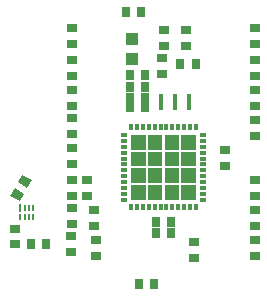
<source format=gbr>
G04 EAGLE Gerber RS-274X export*
G75*
%MOMM*%
%FSLAX34Y34*%
%LPD*%
%INSolderpaste Bottom*%
%IPPOS*%
%AMOC8*
5,1,8,0,0,1.08239X$1,22.5*%
G01*
%ADD10R,0.700000X0.900000*%
%ADD11R,1.100000X1.000000*%
%ADD12R,0.900000X0.700000*%
%ADD13R,0.297181X0.550000*%
%ADD14R,0.550000X0.297181*%
%ADD15R,0.400000X1.399997*%
%ADD16R,0.200000X0.650000*%
%ADD17R,0.200000X0.600000*%

G36*
X27450Y167499D02*
X27450Y167499D01*
X27452Y167498D01*
X27495Y167518D01*
X27539Y167536D01*
X27539Y167538D01*
X27541Y167539D01*
X27574Y167624D01*
X27574Y179848D01*
X27573Y179850D01*
X27574Y179852D01*
X27554Y179895D01*
X27536Y179939D01*
X27534Y179939D01*
X27533Y179941D01*
X27448Y179974D01*
X15224Y179974D01*
X15222Y179973D01*
X15220Y179974D01*
X15177Y179954D01*
X15133Y179936D01*
X15133Y179934D01*
X15131Y179933D01*
X15098Y179848D01*
X15098Y167624D01*
X15099Y167622D01*
X15098Y167620D01*
X15118Y167577D01*
X15136Y167533D01*
X15138Y167533D01*
X15139Y167531D01*
X15224Y167498D01*
X27448Y167498D01*
X27450Y167499D01*
G37*
G36*
X13226Y167499D02*
X13226Y167499D01*
X13228Y167498D01*
X13271Y167518D01*
X13315Y167536D01*
X13315Y167538D01*
X13317Y167539D01*
X13350Y167624D01*
X13350Y179848D01*
X13349Y179850D01*
X13350Y179852D01*
X13330Y179895D01*
X13312Y179939D01*
X13310Y179939D01*
X13309Y179941D01*
X13224Y179974D01*
X1000Y179974D01*
X998Y179973D01*
X996Y179974D01*
X953Y179954D01*
X909Y179936D01*
X909Y179934D01*
X907Y179933D01*
X874Y179848D01*
X874Y167624D01*
X875Y167622D01*
X874Y167620D01*
X894Y167577D01*
X912Y167533D01*
X914Y167533D01*
X915Y167531D01*
X1000Y167498D01*
X13224Y167498D01*
X13226Y167499D01*
G37*
G36*
X-998Y167499D02*
X-998Y167499D01*
X-996Y167498D01*
X-953Y167518D01*
X-909Y167536D01*
X-909Y167538D01*
X-907Y167539D01*
X-874Y167624D01*
X-874Y179848D01*
X-875Y179850D01*
X-874Y179852D01*
X-894Y179895D01*
X-912Y179939D01*
X-914Y179939D01*
X-915Y179941D01*
X-1000Y179974D01*
X-13224Y179974D01*
X-13226Y179973D01*
X-13228Y179974D01*
X-13271Y179954D01*
X-13315Y179936D01*
X-13315Y179934D01*
X-13317Y179933D01*
X-13350Y179848D01*
X-13350Y167624D01*
X-13349Y167622D01*
X-13350Y167620D01*
X-13330Y167577D01*
X-13312Y167533D01*
X-13310Y167533D01*
X-13309Y167531D01*
X-13224Y167498D01*
X-1000Y167498D01*
X-998Y167499D01*
G37*
G36*
X-15222Y167499D02*
X-15222Y167499D01*
X-15220Y167498D01*
X-15177Y167518D01*
X-15133Y167536D01*
X-15133Y167538D01*
X-15131Y167539D01*
X-15098Y167624D01*
X-15098Y179848D01*
X-15099Y179850D01*
X-15098Y179852D01*
X-15118Y179895D01*
X-15136Y179939D01*
X-15138Y179939D01*
X-15139Y179941D01*
X-15224Y179974D01*
X-27448Y179974D01*
X-27450Y179973D01*
X-27452Y179974D01*
X-27495Y179954D01*
X-27539Y179936D01*
X-27539Y179934D01*
X-27541Y179933D01*
X-27574Y179848D01*
X-27574Y167624D01*
X-27573Y167622D01*
X-27574Y167620D01*
X-27554Y167577D01*
X-27536Y167533D01*
X-27534Y167533D01*
X-27533Y167531D01*
X-27448Y167498D01*
X-15224Y167498D01*
X-15222Y167499D01*
G37*
G36*
X27450Y153275D02*
X27450Y153275D01*
X27452Y153274D01*
X27495Y153294D01*
X27539Y153312D01*
X27539Y153314D01*
X27541Y153315D01*
X27574Y153400D01*
X27574Y165624D01*
X27573Y165626D01*
X27574Y165628D01*
X27554Y165671D01*
X27536Y165715D01*
X27534Y165715D01*
X27533Y165717D01*
X27448Y165750D01*
X15224Y165750D01*
X15222Y165749D01*
X15220Y165750D01*
X15177Y165730D01*
X15133Y165712D01*
X15133Y165710D01*
X15131Y165709D01*
X15098Y165624D01*
X15098Y153400D01*
X15099Y153398D01*
X15098Y153396D01*
X15118Y153353D01*
X15136Y153309D01*
X15138Y153309D01*
X15139Y153307D01*
X15224Y153274D01*
X27448Y153274D01*
X27450Y153275D01*
G37*
G36*
X-15222Y153275D02*
X-15222Y153275D01*
X-15220Y153274D01*
X-15177Y153294D01*
X-15133Y153312D01*
X-15133Y153314D01*
X-15131Y153315D01*
X-15098Y153400D01*
X-15098Y165624D01*
X-15099Y165626D01*
X-15098Y165628D01*
X-15118Y165671D01*
X-15136Y165715D01*
X-15138Y165715D01*
X-15139Y165717D01*
X-15224Y165750D01*
X-27448Y165750D01*
X-27450Y165749D01*
X-27452Y165750D01*
X-27495Y165730D01*
X-27539Y165712D01*
X-27539Y165710D01*
X-27541Y165709D01*
X-27574Y165624D01*
X-27574Y153400D01*
X-27573Y153398D01*
X-27574Y153396D01*
X-27554Y153353D01*
X-27536Y153309D01*
X-27534Y153309D01*
X-27533Y153307D01*
X-27448Y153274D01*
X-15224Y153274D01*
X-15222Y153275D01*
G37*
G36*
X-998Y153275D02*
X-998Y153275D01*
X-996Y153274D01*
X-953Y153294D01*
X-909Y153312D01*
X-909Y153314D01*
X-907Y153315D01*
X-874Y153400D01*
X-874Y165624D01*
X-875Y165626D01*
X-874Y165628D01*
X-894Y165671D01*
X-912Y165715D01*
X-914Y165715D01*
X-915Y165717D01*
X-1000Y165750D01*
X-13224Y165750D01*
X-13226Y165749D01*
X-13228Y165750D01*
X-13271Y165730D01*
X-13315Y165712D01*
X-13315Y165710D01*
X-13317Y165709D01*
X-13350Y165624D01*
X-13350Y153400D01*
X-13349Y153398D01*
X-13350Y153396D01*
X-13330Y153353D01*
X-13312Y153309D01*
X-13310Y153309D01*
X-13309Y153307D01*
X-13224Y153274D01*
X-1000Y153274D01*
X-998Y153275D01*
G37*
G36*
X13226Y153275D02*
X13226Y153275D01*
X13228Y153274D01*
X13271Y153294D01*
X13315Y153312D01*
X13315Y153314D01*
X13317Y153315D01*
X13350Y153400D01*
X13350Y165624D01*
X13349Y165626D01*
X13350Y165628D01*
X13330Y165671D01*
X13312Y165715D01*
X13310Y165715D01*
X13309Y165717D01*
X13224Y165750D01*
X1000Y165750D01*
X998Y165749D01*
X996Y165750D01*
X953Y165730D01*
X909Y165712D01*
X909Y165710D01*
X907Y165709D01*
X874Y165624D01*
X874Y153400D01*
X875Y153398D01*
X874Y153396D01*
X894Y153353D01*
X912Y153309D01*
X914Y153309D01*
X915Y153307D01*
X1000Y153274D01*
X13224Y153274D01*
X13226Y153275D01*
G37*
G36*
X-998Y139051D02*
X-998Y139051D01*
X-996Y139050D01*
X-953Y139070D01*
X-909Y139088D01*
X-909Y139090D01*
X-907Y139091D01*
X-874Y139176D01*
X-874Y151400D01*
X-875Y151402D01*
X-874Y151404D01*
X-894Y151447D01*
X-912Y151491D01*
X-914Y151491D01*
X-915Y151493D01*
X-1000Y151526D01*
X-13224Y151526D01*
X-13226Y151525D01*
X-13228Y151526D01*
X-13271Y151506D01*
X-13315Y151488D01*
X-13315Y151486D01*
X-13317Y151485D01*
X-13350Y151400D01*
X-13350Y139176D01*
X-13349Y139174D01*
X-13350Y139172D01*
X-13330Y139129D01*
X-13312Y139085D01*
X-13310Y139085D01*
X-13309Y139083D01*
X-13224Y139050D01*
X-1000Y139050D01*
X-998Y139051D01*
G37*
G36*
X27450Y139051D02*
X27450Y139051D01*
X27452Y139050D01*
X27495Y139070D01*
X27539Y139088D01*
X27539Y139090D01*
X27541Y139091D01*
X27574Y139176D01*
X27574Y151400D01*
X27573Y151402D01*
X27574Y151404D01*
X27554Y151447D01*
X27536Y151491D01*
X27534Y151491D01*
X27533Y151493D01*
X27448Y151526D01*
X15224Y151526D01*
X15222Y151525D01*
X15220Y151526D01*
X15177Y151506D01*
X15133Y151488D01*
X15133Y151486D01*
X15131Y151485D01*
X15098Y151400D01*
X15098Y139176D01*
X15099Y139174D01*
X15098Y139172D01*
X15118Y139129D01*
X15136Y139085D01*
X15138Y139085D01*
X15139Y139083D01*
X15224Y139050D01*
X27448Y139050D01*
X27450Y139051D01*
G37*
G36*
X13226Y139051D02*
X13226Y139051D01*
X13228Y139050D01*
X13271Y139070D01*
X13315Y139088D01*
X13315Y139090D01*
X13317Y139091D01*
X13350Y139176D01*
X13350Y151400D01*
X13349Y151402D01*
X13350Y151404D01*
X13330Y151447D01*
X13312Y151491D01*
X13310Y151491D01*
X13309Y151493D01*
X13224Y151526D01*
X1000Y151526D01*
X998Y151525D01*
X996Y151526D01*
X953Y151506D01*
X909Y151488D01*
X909Y151486D01*
X907Y151485D01*
X874Y151400D01*
X874Y139176D01*
X875Y139174D01*
X874Y139172D01*
X894Y139129D01*
X912Y139085D01*
X914Y139085D01*
X915Y139083D01*
X1000Y139050D01*
X13224Y139050D01*
X13226Y139051D01*
G37*
G36*
X-15222Y139051D02*
X-15222Y139051D01*
X-15220Y139050D01*
X-15177Y139070D01*
X-15133Y139088D01*
X-15133Y139090D01*
X-15131Y139091D01*
X-15098Y139176D01*
X-15098Y151400D01*
X-15099Y151402D01*
X-15098Y151404D01*
X-15118Y151447D01*
X-15136Y151491D01*
X-15138Y151491D01*
X-15139Y151493D01*
X-15224Y151526D01*
X-27448Y151526D01*
X-27450Y151525D01*
X-27452Y151526D01*
X-27495Y151506D01*
X-27539Y151488D01*
X-27539Y151486D01*
X-27541Y151485D01*
X-27574Y151400D01*
X-27574Y139176D01*
X-27573Y139174D01*
X-27574Y139172D01*
X-27554Y139129D01*
X-27536Y139085D01*
X-27534Y139085D01*
X-27533Y139083D01*
X-27448Y139050D01*
X-15224Y139050D01*
X-15222Y139051D01*
G37*
G36*
X13226Y124827D02*
X13226Y124827D01*
X13228Y124826D01*
X13271Y124846D01*
X13315Y124864D01*
X13315Y124866D01*
X13317Y124867D01*
X13350Y124952D01*
X13350Y137176D01*
X13349Y137178D01*
X13350Y137180D01*
X13330Y137223D01*
X13312Y137267D01*
X13310Y137267D01*
X13309Y137269D01*
X13224Y137302D01*
X1000Y137302D01*
X998Y137301D01*
X996Y137302D01*
X953Y137282D01*
X909Y137264D01*
X909Y137262D01*
X907Y137261D01*
X874Y137176D01*
X874Y124952D01*
X875Y124950D01*
X874Y124948D01*
X894Y124905D01*
X912Y124861D01*
X914Y124861D01*
X915Y124859D01*
X1000Y124826D01*
X13224Y124826D01*
X13226Y124827D01*
G37*
G36*
X-998Y124827D02*
X-998Y124827D01*
X-996Y124826D01*
X-953Y124846D01*
X-909Y124864D01*
X-909Y124866D01*
X-907Y124867D01*
X-874Y124952D01*
X-874Y137176D01*
X-875Y137178D01*
X-874Y137180D01*
X-894Y137223D01*
X-912Y137267D01*
X-914Y137267D01*
X-915Y137269D01*
X-1000Y137302D01*
X-13224Y137302D01*
X-13226Y137301D01*
X-13228Y137302D01*
X-13271Y137282D01*
X-13315Y137264D01*
X-13315Y137262D01*
X-13317Y137261D01*
X-13350Y137176D01*
X-13350Y124952D01*
X-13349Y124950D01*
X-13350Y124948D01*
X-13330Y124905D01*
X-13312Y124861D01*
X-13310Y124861D01*
X-13309Y124859D01*
X-13224Y124826D01*
X-1000Y124826D01*
X-998Y124827D01*
G37*
G36*
X-15222Y124827D02*
X-15222Y124827D01*
X-15220Y124826D01*
X-15177Y124846D01*
X-15133Y124864D01*
X-15133Y124866D01*
X-15131Y124867D01*
X-15098Y124952D01*
X-15098Y137176D01*
X-15099Y137178D01*
X-15098Y137180D01*
X-15118Y137223D01*
X-15136Y137267D01*
X-15138Y137267D01*
X-15139Y137269D01*
X-15224Y137302D01*
X-27448Y137302D01*
X-27450Y137301D01*
X-27452Y137302D01*
X-27495Y137282D01*
X-27539Y137264D01*
X-27539Y137262D01*
X-27541Y137261D01*
X-27574Y137176D01*
X-27574Y124952D01*
X-27573Y124950D01*
X-27574Y124948D01*
X-27554Y124905D01*
X-27536Y124861D01*
X-27534Y124861D01*
X-27533Y124859D01*
X-27448Y124826D01*
X-15224Y124826D01*
X-15222Y124827D01*
G37*
G36*
X27450Y124827D02*
X27450Y124827D01*
X27452Y124826D01*
X27495Y124846D01*
X27539Y124864D01*
X27539Y124866D01*
X27541Y124867D01*
X27574Y124952D01*
X27574Y137176D01*
X27573Y137178D01*
X27574Y137180D01*
X27554Y137223D01*
X27536Y137267D01*
X27534Y137267D01*
X27533Y137269D01*
X27448Y137302D01*
X15224Y137302D01*
X15222Y137301D01*
X15220Y137302D01*
X15177Y137282D01*
X15133Y137264D01*
X15133Y137262D01*
X15131Y137261D01*
X15098Y137176D01*
X15098Y124952D01*
X15099Y124950D01*
X15098Y124948D01*
X15118Y124905D01*
X15136Y124861D01*
X15138Y124861D01*
X15139Y124859D01*
X15224Y124826D01*
X27448Y124826D01*
X27450Y124827D01*
G37*
D10*
X-28725Y220663D03*
X-15725Y220663D03*
X-6500Y106363D03*
X6500Y106363D03*
X-6500Y96838D03*
X6500Y96838D03*
X-28725Y211138D03*
X-15725Y211138D03*
X-28725Y203200D03*
X-15725Y203200D03*
X-28725Y230188D03*
X-15725Y230188D03*
X27138Y239713D03*
X14138Y239713D03*
D11*
X-26988Y243913D03*
X-26988Y260913D03*
D10*
X-31900Y284163D03*
X-18900Y284163D03*
D12*
X-1588Y244625D03*
X-1588Y231625D03*
D10*
X-7788Y53975D03*
X-20788Y53975D03*
D13*
X-27507Y186200D03*
X-22506Y186200D03*
X-17504Y186200D03*
X-12503Y186200D03*
X-7502Y186200D03*
X-2501Y186200D03*
X2501Y186200D03*
X7502Y186200D03*
X12503Y186200D03*
X17504Y186200D03*
X22506Y186200D03*
X27507Y186200D03*
D14*
X33800Y179907D03*
X33800Y174906D03*
X33800Y169904D03*
X33800Y164903D03*
X33800Y159902D03*
X33800Y154901D03*
X33800Y149899D03*
X33800Y144898D03*
X33800Y139897D03*
X33800Y134896D03*
X33800Y129894D03*
X33800Y124893D03*
D13*
X27507Y118600D03*
X22506Y118600D03*
X17504Y118600D03*
X12503Y118600D03*
X7502Y118600D03*
X2501Y118600D03*
X-2501Y118600D03*
X-7502Y118600D03*
X-12503Y118600D03*
X-17504Y118600D03*
X-22506Y118600D03*
X-27507Y118600D03*
D14*
X-33800Y124893D03*
X-33800Y129894D03*
X-33800Y134896D03*
X-33800Y139897D03*
X-33800Y144898D03*
X-33800Y149899D03*
X-33800Y154901D03*
X-33800Y159902D03*
X-33800Y164903D03*
X-33800Y169904D03*
X-33800Y174906D03*
X-33800Y179907D03*
D15*
X21525Y207963D03*
X9525Y207963D03*
X-2475Y207963D03*
D12*
X0Y255438D03*
X0Y268438D03*
X-77788Y230038D03*
X-77788Y243038D03*
X52388Y153838D03*
X52388Y166838D03*
X19050Y255438D03*
X19050Y268438D03*
X77788Y257025D03*
X77788Y270025D03*
D16*
X-121138Y118050D03*
D17*
X-117638Y118300D03*
X-114138Y118300D03*
X-110638Y118300D03*
X-110638Y110300D03*
X-114138Y110300D03*
X-117638Y110300D03*
X-121138Y110300D03*
D10*
G36*
X-118253Y130089D02*
X-121753Y124027D01*
X-129547Y128527D01*
X-126047Y134589D01*
X-118253Y130089D01*
G37*
G36*
X-111753Y141348D02*
X-115253Y135286D01*
X-123047Y139786D01*
X-119547Y145848D01*
X-111753Y141348D01*
G37*
D12*
X-125413Y100163D03*
X-125413Y87163D03*
X-78581Y94025D03*
X-78581Y81025D03*
D10*
X-112069Y87100D03*
X-99069Y87100D03*
D12*
X77788Y204638D03*
X77788Y217638D03*
X-77788Y257025D03*
X-77788Y270025D03*
X77788Y103038D03*
X77788Y116038D03*
X77788Y128438D03*
X77788Y141438D03*
X77788Y230038D03*
X77788Y243038D03*
X-77788Y204638D03*
X-77788Y217638D03*
X-65088Y128438D03*
X-65088Y141438D03*
X25400Y76050D03*
X25400Y89050D03*
X-77788Y180825D03*
X-77788Y193825D03*
X-77788Y155425D03*
X-77788Y168425D03*
X-77788Y128438D03*
X-77788Y141438D03*
X-77788Y104625D03*
X-77788Y117625D03*
X-57150Y77638D03*
X-57150Y90638D03*
X-58738Y103038D03*
X-58738Y116038D03*
X77788Y77638D03*
X77788Y90638D03*
X77788Y179238D03*
X77788Y192238D03*
M02*

</source>
